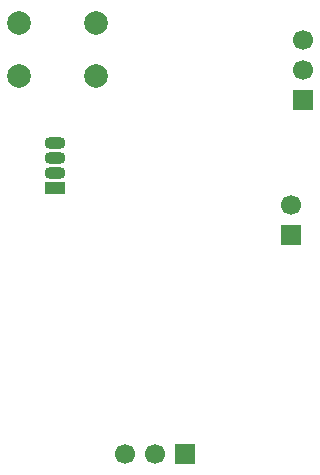
<source format=gbr>
%TF.GenerationSoftware,KiCad,Pcbnew,9.0.7*%
%TF.CreationDate,2026-02-17T16:21:14-05:00*%
%TF.ProjectId,Blind Spot,426c696e-6420-4537-906f-742e6b696361,rev?*%
%TF.SameCoordinates,Original*%
%TF.FileFunction,Soldermask,Bot*%
%TF.FilePolarity,Negative*%
%FSLAX46Y46*%
G04 Gerber Fmt 4.6, Leading zero omitted, Abs format (unit mm)*
G04 Created by KiCad (PCBNEW 9.0.7) date 2026-02-17 16:21:14*
%MOMM*%
%LPD*%
G01*
G04 APERTURE LIST*
%ADD10R,1.700000X1.700000*%
%ADD11C,1.700000*%
%ADD12R,1.800000X1.070000*%
%ADD13O,1.800000X1.070000*%
%ADD14C,2.000000*%
G04 APERTURE END LIST*
D10*
%TO.C,J2*%
X156000000Y-91500000D03*
D11*
X156000000Y-88960000D03*
%TD*%
D10*
%TO.C,J4*%
X147000000Y-110000000D03*
D11*
X144460000Y-110000000D03*
X141920000Y-110000000D03*
%TD*%
D12*
%TO.C,D2*%
X136000000Y-87540000D03*
D13*
X136000000Y-86270000D03*
X136000000Y-85000000D03*
X136000000Y-83730000D03*
%TD*%
D14*
%TO.C,SW1*%
X133000000Y-73500000D03*
X139500000Y-73500000D03*
X133000000Y-78000000D03*
X139500000Y-78000000D03*
%TD*%
D10*
%TO.C,J1*%
X157000000Y-80080000D03*
D11*
X157000000Y-77540000D03*
X157000000Y-75000000D03*
%TD*%
M02*

</source>
